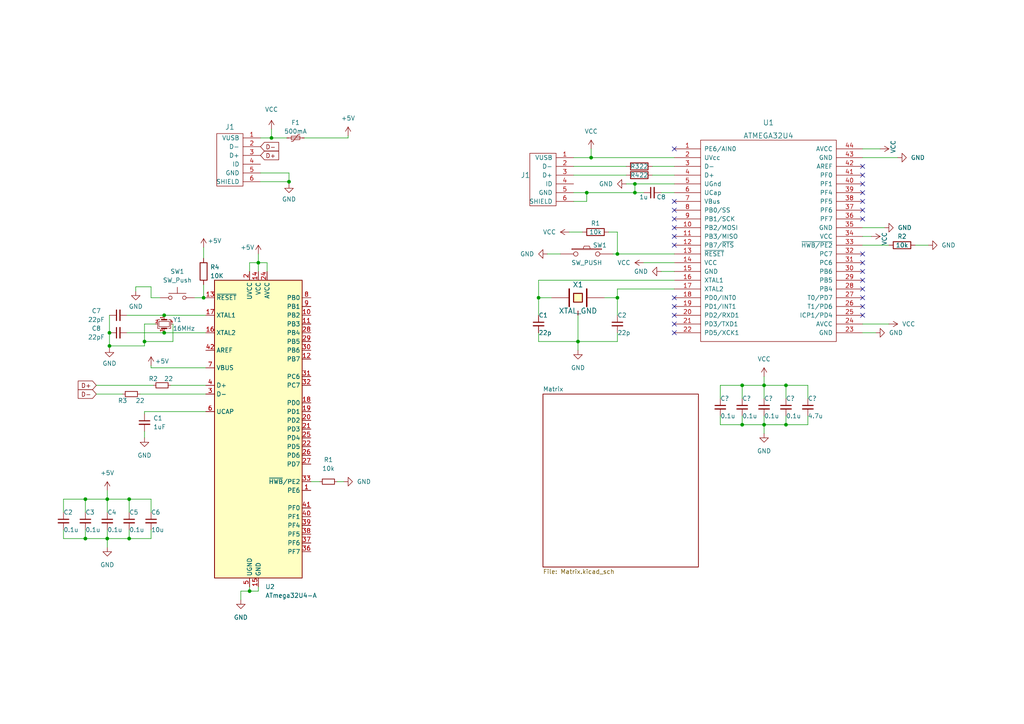
<source format=kicad_sch>
(kicad_sch (version 20211123) (generator eeschema)
  (paper "A4")
  (title_block (title "main") (date "2022-08-09") (rev "0"))
  (lib_symbols
    (symbol "Device:C_Small" (pin_numbers hide) (pin_names (offset 0.254) hide)
      (property "Reference" "C" (at 0.254 1.778 0))
      (property "Value" "C_Small" (at 0.254 -2.032 0))
      (symbol "C_Small_0_1"
        (polyline (pts (xy -1.524 -0.508) (xy 1.524 -0.508)) (stroke (width 0.3302)))
        (polyline (pts (xy -1.524 0.508) (xy 1.524 0.508)) (stroke (width 0.3048)))
      )
      (symbol "C_Small_1_1"
        (pin passive line (at 0 2.54 270) (length 2.032) (name "~") (number "1"))
        (pin passive line (at 0 -2.54 90) (length 2.032) (name "~") (number "2"))
      )
    )
    (symbol "Device:Crystal_GND24_Small" (pin_names (offset 1.016) hide)
      (property "Reference" "Y" (at 1.27 4.445 0))
      (property "Value" "Crystal_GND24_Small" (at 1.27 2.54 0))
      (symbol "Crystal_GND24_Small_0_1"
        (rectangle (start -0.762 -1.524) (end 0.762 1.524))
        (polyline (pts (xy -1.27 -0.762) (xy -1.27 0.762)) (stroke (width 0.381)))
        (polyline (pts (xy 1.27 -0.762) (xy 1.27 0.762)) (stroke (width 0.381)))
        (polyline (pts (xy -1.27 -1.27) (xy -1.27 -1.905) (xy 1.27 -1.905) (xy 1.27 -1.27)))
        (polyline (pts (xy -1.27 1.27) (xy -1.27 1.905) (xy 1.27 1.905) (xy 1.27 1.27)))
      )
      (symbol "Crystal_GND24_Small_1_1"
        (pin passive line (at -2.54 0 0) (length 1.27) (name "1") (number "1"))
        (pin passive line (at 0 -2.54 90) (length 0.635) (name "2") (number "2"))
        (pin passive line (at 2.54 0 180) (length 1.27) (name "3") (number "3"))
        (pin passive line (at 0 2.54 270) (length 0.635) (name "4") (number "4"))
      )
    )
    (symbol "Device:Polyfuse_Small" (pin_numbers hide) (pin_names (offset 0))
      (property "Reference" "F" (at -1.905 0 90))
      (property "Value" "Polyfuse_Small" (at 1.905 0 90))
      (symbol "Polyfuse_Small_0_1"
        (rectangle (start -0.508 1.27) (end 0.508 -1.27))
        (polyline (pts (xy 0 2.54) (xy 0 -2.54)))
        (polyline (pts (xy -1.016 1.27) (xy -1.016 0.762) (xy 1.016 -0.762) (xy 1.016 -1.27)))
      )
      (symbol "Polyfuse_Small_1_1"
        (pin passive line (at 0 2.54 270) (length 0.635) (name "~") (number "1"))
        (pin passive line (at 0 -2.54 90) (length 0.635) (name "~") (number "2"))
      )
    )
    (symbol "Device:R" (pin_numbers hide) (pin_names (offset 0))
      (property "Reference" "R" (at 2.032 0 90))
      (property "Value" "R" (at 0 0 90))
      (symbol "R_0_1"
        (rectangle (start -1.016 -2.54) (end 1.016 2.54) (stroke (width 0.254)))
      )
      (symbol "R_1_1"
        (pin passive line (at 0 3.81 270) (length 1.27) (name "~") (number "1"))
        (pin passive line (at 0 -3.81 90) (length 1.27) (name "~") (number "2"))
      )
    )
    (symbol "Device:R_Small" (pin_numbers hide) (pin_names (offset 0.254) hide)
      (property "Reference" "R" (at 0.762 0.508 0))
      (property "Value" "R_Small" (at 0.762 -1.016 0))
      (symbol "R_Small_0_1"
        (rectangle (start -0.762 1.778) (end 0.762 -1.778) (stroke (width 0.2032)))
      )
      (symbol "R_Small_1_1"
        (pin passive line (at 0 2.54 270) (length 0.762) (name "~") (number "1"))
        (pin passive line (at 0 -2.54 90) (length 0.762) (name "~") (number "2"))
      )
    )
    (symbol "MCU_Microchip_ATmega:ATmega32U4-A"
      (property "Reference" "U" (at -12.7 44.45 0))
      (property "Value" "ATmega32U4-A" (at 2.54 -44.45 0))
      (symbol "ATmega32U4-A_0_1"
        (rectangle (start -12.7 -43.18) (end 12.7 43.18) (stroke (width 0.254)) (fill (type background)))
      )
      (symbol "ATmega32U4-A_1_1"
        (pin bidirectional line (at 15.24 -17.78 180) (length 2.54) (name "PE6") (number "1"))
        (pin bidirectional line (at 15.24 33.02 180) (length 2.54) (name "PB2") (number "10"))
        (pin bidirectional line (at 15.24 30.48 180) (length 2.54) (name "PB3") (number "11"))
        (pin bidirectional line (at 15.24 20.32 180) (length 2.54) (name "PB7") (number "12"))
        (pin input line (at -15.24 38.1 0) (length 2.54) (name "~{RESET}") (number "13"))
        (pin power_in line (at 0 45.72 270) (length 2.54) (name "VCC") (number "14"))
        (pin power_in line (at 0 -45.72 90) (length 2.54) (name "GND") (number "15"))
        (pin output line (at -15.24 27.94 0) (length 2.54) (name "XTAL2") (number "16"))
        (pin input line (at -15.24 33.02 0) (length 2.54) (name "XTAL1") (number "17"))
        (pin bidirectional line (at 15.24 7.62 180) (length 2.54) (name "PD0") (number "18"))
        (pin bidirectional line (at 15.24 5.08 180) (length 2.54) (name "PD1") (number "19"))
        (pin power_in line (at -2.54 45.72 270) (length 2.54) (name "UVCC") (number "2"))
        (pin bidirectional line (at 15.24 2.54 180) (length 2.54) (name "PD2") (number "20"))
        (pin bidirectional line (at 15.24 0 180) (length 2.54) (name "PD3") (number "21"))
        (pin bidirectional line (at 15.24 -5.08 180) (length 2.54) (name "PD5") (number "22"))
        (pin passive line (at 0 -45.72 90) (length 2.54) hide (name "GND") (number "23"))
        (pin power_in line (at 2.54 45.72 270) (length 2.54) (name "AVCC") (number "24"))
        (pin bidirectional line (at 15.24 -2.54 180) (length 2.54) (name "PD4") (number "25"))
        (pin bidirectional line (at 15.24 -7.62 180) (length 2.54) (name "PD6") (number "26"))
        (pin bidirectional line (at 15.24 -10.16 180) (length 2.54) (name "PD7") (number "27"))
        (pin bidirectional line (at 15.24 27.94 180) (length 2.54) (name "PB4") (number "28"))
        (pin bidirectional line (at 15.24 25.4 180) (length 2.54) (name "PB5") (number "29"))
        (pin bidirectional line (at -15.24 10.16 0) (length 2.54) (name "D-") (number "3"))
        (pin bidirectional line (at 15.24 22.86 180) (length 2.54) (name "PB6") (number "30"))
        (pin bidirectional line (at 15.24 15.24 180) (length 2.54) (name "PC6") (number "31"))
        (pin bidirectional line (at 15.24 12.7 180) (length 2.54) (name "PC7") (number "32"))
        (pin bidirectional line (at 15.24 -15.24 180) (length 2.54) (name "~{HWB}/PE2") (number "33"))
        (pin passive line (at 0 45.72 270) (length 2.54) hide (name "VCC") (number "34"))
        (pin passive line (at 0 -45.72 90) (length 2.54) hide (name "GND") (number "35"))
        (pin bidirectional line (at 15.24 -35.56 180) (length 2.54) (name "PF7") (number "36"))
        (pin bidirectional line (at 15.24 -33.02 180) (length 2.54) (name "PF6") (number "37"))
        (pin bidirectional line (at 15.24 -30.48 180) (length 2.54) (name "PF5") (number "38"))
        (pin bidirectional line (at 15.24 -27.94 180) (length 2.54) (name "PF4") (number "39"))
        (pin bidirectional line (at -15.24 12.7 0) (length 2.54) (name "D+") (number "4"))
        (pin bidirectional line (at 15.24 -25.4 180) (length 2.54) (name "PF1") (number "40"))
        (pin bidirectional line (at 15.24 -22.86 180) (length 2.54) (name "PF0") (number "41"))
        (pin passive line (at -15.24 22.86 0) (length 2.54) (name "AREF") (number "42"))
        (pin passive line (at 0 -45.72 90) (length 2.54) hide (name "GND") (number "43"))
        (pin passive line (at 2.54 45.72 270) (length 2.54) hide (name "AVCC") (number "44"))
        (pin passive line (at -2.54 -45.72 90) (length 2.54) (name "UGND") (number "5"))
        (pin passive line (at -15.24 5.08 0) (length 2.54) (name "UCAP") (number "6"))
        (pin input line (at -15.24 17.78 0) (length 2.54) (name "VBUS") (number "7"))
        (pin bidirectional line (at 15.24 38.1 180) (length 2.54) (name "PB0") (number "8"))
        (pin bidirectional line (at 15.24 35.56 180) (length 2.54) (name "PB1") (number "9"))
      )
    )
    (symbol "Switch:SW_Push" (pin_numbers hide) (pin_names (offset 1.016) hide)
      (property "Reference" "SW" (at 1.27 2.54 0))
      (property "Value" "SW_Push" (at 0 -1.524 0))
      (symbol "SW_Push_0_1"
        (circle (center -2.032 0) (radius 0.508))
        (polyline (pts (xy 0 1.27) (xy 0 3.048)))
        (polyline (pts (xy 2.54 1.27) (xy -2.54 1.27)))
        (circle (center 2.032 0) (radius 0.508))
        (pin passive line (at -5.08 0 0) (length 2.54) (name "1") (number "1"))
        (pin passive line (at 5.08 0 180) (length 2.54) (name "2") (number "2"))
      )
    )
    (symbol "keyboard_parts:ATMEGA32U4" (pin_names (offset 1.016))
      (property "Reference" "U" (at 0 -31.75 0))
      (property "Value" "ATMEGA32U4" (at 0 31.75 0))
      (symbol "ATMEGA32U4_0_1"
        (rectangle (start 20.32 29.21) (end -19.05 -29.21))
      )
      (symbol "ATMEGA32U4_1_1"
        (pin bidirectional line (at -26.67 26.67 0) (length 7.62) (name "PE6/AIN0") (number "1"))
        (pin bidirectional line (at -26.67 3.81 0) (length 7.62) (name "PB2/MOSI") (number "10"))
        (pin bidirectional line (at -26.67 1.27 0) (length 7.62) (name "PB3/MISO") (number "11"))
        (pin bidirectional line (at -26.67 -1.27 0) (length 7.62) (name "PB7/~{RTS}") (number "12"))
        (pin input line (at -26.67 -3.81 0) (length 7.62) (name "~{RESET}") (number "13"))
        (pin power_in line (at -26.67 -6.35 0) (length 7.62) (name "VCC") (number "14"))
        (pin power_in line (at -26.67 -8.89 0) (length 7.62) (name "GND") (number "15"))
        (pin input line (at -26.67 -11.43 0) (length 7.62) (name "XTAL1") (number "16"))
        (pin output line (at -26.67 -13.97 0) (length 7.62) (name "XTAL2") (number "17"))
        (pin bidirectional line (at -26.67 -16.51 0) (length 7.62) (name "PD0/INT0") (number "18"))
        (pin bidirectional line (at -26.67 -19.05 0) (length 7.62) (name "PD1/INT1") (number "19"))
        (pin power_in line (at -26.67 24.13 0) (length 7.62) (name "UVcc") (number "2"))
        (pin bidirectional line (at -26.67 -21.59 0) (length 7.62) (name "PD2/RXD1") (number "20"))
        (pin bidirectional line (at -26.67 -24.13 0) (length 7.62) (name "PD3/TXD1") (number "21"))
        (pin bidirectional line (at -26.67 -26.67 0) (length 7.62) (name "PD5/XCK1") (number "22"))
        (pin power_in line (at 27.94 -26.67 180) (length 7.62) (name "GND") (number "23"))
        (pin power_in line (at 27.94 -24.13 180) (length 7.62) (name "AVCC") (number "24"))
        (pin bidirectional line (at 27.94 -21.59 180) (length 7.62) (name "ICP1/PD4") (number "25"))
        (pin bidirectional line (at 27.94 -19.05 180) (length 7.62) (name "T1/PD6") (number "26"))
        (pin bidirectional line (at 27.94 -16.51 180) (length 7.62) (name "T0/PD7") (number "27"))
        (pin bidirectional line (at 27.94 -13.97 180) (length 7.62) (name "PB4") (number "28"))
        (pin bidirectional line (at 27.94 -11.43 180) (length 7.62) (name "PB5") (number "29"))
        (pin bidirectional line (at -26.67 21.59 0) (length 7.62) (name "D-") (number "3"))
        (pin bidirectional line (at 27.94 -8.89 180) (length 7.62) (name "PB6") (number "30"))
        (pin bidirectional line (at 27.94 -6.35 180) (length 7.62) (name "PC6") (number "31"))
        (pin bidirectional line (at 27.94 -3.81 180) (length 7.62) (name "PC7") (number "32"))
        (pin bidirectional line (at 27.94 -1.27 180) (length 7.62) (name "~{HWB/PE2}") (number "33"))
        (pin power_in line (at 27.94 1.27 180) (length 7.62) (name "VCC") (number "34"))
        (pin power_in line (at 27.94 3.81 180) (length 7.62) (name "GND") (number "35"))
        (pin bidirectional line (at 27.94 6.35 180) (length 7.62) (name "PF7") (number "36"))
        (pin bidirectional line (at 27.94 8.89 180) (length 7.62) (name "PF6") (number "37"))
        (pin bidirectional line (at 27.94 11.43 180) (length 7.62) (name "PF5") (number "38"))
        (pin bidirectional line (at 27.94 13.97 180) (length 7.62) (name "PF4") (number "39"))
        (pin bidirectional line (at -26.67 19.05 0) (length 7.62) (name "D+") (number "4"))
        (pin bidirectional line (at 27.94 16.51 180) (length 7.62) (name "PF1") (number "40"))
        (pin bidirectional line (at 27.94 19.05 180) (length 7.62) (name "PF0") (number "41"))
        (pin input line (at 27.94 21.59 180) (length 7.62) (name "AREF") (number "42"))
        (pin power_in line (at 27.94 24.13 180) (length 7.62) (name "GND") (number "43"))
        (pin power_in line (at 27.94 26.67 180) (length 7.62) (name "AVCC") (number "44"))
        (pin power_in line (at -26.67 16.51 0) (length 7.62) (name "UGnd") (number "5"))
        (pin input line (at -26.67 13.97 0) (length 7.62) (name "UCap") (number "6"))
        (pin input line (at -26.67 11.43 0) (length 7.62) (name "VBus") (number "7"))
        (pin bidirectional line (at -26.67 8.89 0) (length 7.62) (name "PB0/SS") (number "8"))
        (pin bidirectional line (at -26.67 6.35 0) (length 7.62) (name "PB1/SCK") (number "9"))
      )
    )
    (symbol "keyboard_parts:SW_PUSH" (pin_numbers hide) (pin_names (offset 1.016) hide)
      (property "Reference" "SW" (at 3.81 2.794 0))
      (property "Value" "SW_PUSH" (at 0 -2.032 0))
      (symbol "SW_PUSH_0_1"
        (rectangle (start -4.318 1.27) (end 4.318 1.524))
        (polyline (pts (xy -1.016 1.524) (xy -0.762 2.286) (xy 0.762 2.286) (xy 1.016 1.524)))
        (pin passive inverted (at -7.62 0 0) (length 5.08) (name "1") (number "1"))
        (pin passive inverted (at 7.62 0 180) (length 5.08) (name "2") (number "2"))
      )
    )
    (symbol "keyboard_parts:USB_mini_micro_B" (pin_names (offset 1.016))
      (property "Reference" "J" (at -10.16 -1.27 0))
      (symbol "USB_mini_micro_B_0_1"
        (rectangle (start -8.89 5.08) (end -1.27 -10.16))
      )
      (symbol "USB_mini_micro_B_1_1"
        (pin power_out line (at 3.81 3.81 180) (length 5.08) (name "VUSB") (number "1"))
        (pin bidirectional line (at 3.81 1.27 180) (length 5.08) (name "D-") (number "2"))
        (pin bidirectional line (at 3.81 -1.27 180) (length 5.08) (name "D+") (number "3"))
        (pin input line (at 3.81 -3.81 180) (length 5.08) (name "ID") (number "4"))
        (pin power_out line (at 3.81 -6.35 180) (length 5.08) (name "GND") (number "5"))
        (pin input line (at 3.81 -8.89 180) (length 5.08) (name "SHIELD") (number "6"))
      )
    )
    (symbol "keyboard_parts:XTAL_GND" (pin_numbers hide) (pin_names (offset 1.016) hide)
      (property "Reference" "X" (at 0 3.81 0))
      (property "Value" "XTAL_GND" (at 0 -3.81 0))
      (symbol "XTAL_GND_0_1"
        (polyline (pts (xy -2.54 2.54) (xy -2.54 -2.54)) (stroke (width 0.4064)))
        (polyline (pts (xy 2.54 2.54) (xy 2.54 -2.54)) (stroke (width 0.4064)))
        (polyline (pts (xy -1.27 1.27) (xy 1.27 1.27) (xy 1.27 -1.27) (xy -1.27 -1.27) (xy -1.27 1.27)) (stroke (width 0.3048)) (fill (type background)))
      )
      (symbol "XTAL_GND_1_1"
        (pin passive line (at -7.62 0 0) (length 5.08) (name "1") (number "1"))
        (pin passive line (at 7.62 0 180) (length 5.08) (name "2") (number "2"))
        (pin passive line (at 0 -5.08 90) (length 1.27) (name "~") (number "3"))
      )
    )
    (symbol "power:+5V" (power) (pin_names (offset 0))
      (property "Value" "+5V" (at 0 3.556 0))
      (symbol "+5V_0_1"
        (polyline (pts (xy -0.762 1.27) (xy 0 2.54)))
        (polyline (pts (xy 0 0) (xy 0 2.54)))
        (polyline (pts (xy 0 2.54) (xy 0.762 1.27)))
      )
      (symbol "+5V_1_1"
        (pin power_in line (at 0 0 90) (length 0) hide (name "+5V") (number "1"))
      )
    )
    (symbol "power:GND" (power) (pin_names (offset 0))
      (property "Value" "GND" (at 0 -3.81 0))
      (symbol "GND_0_1"
        (polyline (pts (xy 0 0) (xy 0 -1.27) (xy 1.27 -1.27) (xy 0 -2.54) (xy -1.27 -1.27) (xy 0 -1.27)))
      )
      (symbol "GND_1_1"
        (pin power_in line (at 0 0 270) (length 0) hide (name "GND") (number "1"))
      )
    )
    (symbol "power:VCC" (power) (pin_names (offset 0))
      (property "Value" "VCC" (at 0 3.81 0))
      (symbol "VCC_0_1"
        (polyline (pts (xy -0.762 1.27) (xy 0 2.54)))
        (polyline (pts (xy 0 0) (xy 0 2.54)))
        (polyline (pts (xy 0 2.54) (xy 0.762 1.27)))
      )
      (symbol "VCC_1_1"
        (pin power_in line (at 0 0 90) (length 0) hide (name "VCC") (number "1"))
      )
    )
  )
  (junction (at 184.15 55.88))
  (junction (at 78.74 40.005))
  (junction (at 179.07 73.66))
  (junction (at 24.765 156.21))
  (junction (at 227.965 111.76))
  (junction (at 37.465 144.78))
  (junction (at 221.615 111.76))
  (junction (at 31.115 156.21))
  (junction (at 171.45 45.72))
  (junction (at 31.75 96.52))
  (junction (at 215.265 111.76))
  (junction (at 31.75 100.33))
  (junction (at 156.21 86.36))
  (junction (at 24.765 144.78))
  (junction (at 221.615 123.19))
  (junction (at 179.07 86.36))
  (junction (at 47.625 91.44))
  (junction (at 37.465 156.21))
  (junction (at 59.055 86.36))
  (junction (at 170.18 55.88))
  (junction (at 74.93 76.2))
  (junction (at 31.115 144.78))
  (junction (at 227.965 123.19))
  (junction (at 184.15 53.34))
  (junction (at 215.265 123.19))
  (junction (at 167.64 99.06))
  (junction (at 72.39 171.45))
  (junction (at 83.82 52.705))
  (junction (at 47.625 96.52))
  (junction (at 41.91 99.06))
  (no_connect (at 250.19 83.82))
  (no_connect (at 250.19 81.28))
  (no_connect (at 250.19 91.44))
  (no_connect (at 250.19 88.9))
  (no_connect (at 250.19 86.36))
  (no_connect (at 195.58 68.58))
  (no_connect (at 195.58 71.12))
  (no_connect (at 195.58 43.18))
  (no_connect (at 195.58 58.42))
  (no_connect (at 195.58 60.96))
  (no_connect (at 195.58 63.5))
  (no_connect (at 195.58 66.04))
  (no_connect (at 195.58 86.36))
  (no_connect (at 195.58 88.9))
  (no_connect (at 195.58 91.44))
  (no_connect (at 195.58 93.98))
  (no_connect (at 195.58 96.52))
  (no_connect (at 250.19 53.34))
  (no_connect (at 250.19 50.8))
  (no_connect (at 250.19 48.26))
  (no_connect (at 250.19 63.5))
  (no_connect (at 250.19 60.96))
  (no_connect (at 250.19 58.42))
  (no_connect (at 250.19 55.88))
  (no_connect (at 250.19 78.74))
  (no_connect (at 250.19 76.2))
  (no_connect (at 250.19 73.66))
  (wire (pts (xy 78.74 40.005) (xy 83.185 40.005)))
  (wire (pts (xy 250.19 66.04) (xy 256.54 66.04)))
  (wire (pts (xy 31.75 100.33) (xy 31.75 100.965)))
  (wire (pts (xy 215.265 111.76) (xy 215.265 115.57)))
  (wire (pts (xy 74.93 76.2) (xy 74.93 78.74)))
  (wire (pts (xy 18.415 144.78) (xy 18.415 148.59)))
  (wire (pts (xy 72.39 76.2) (xy 74.93 76.2)))
  (wire (pts (xy 221.615 120.65) (xy 221.615 123.19)))
  (wire (pts (xy 227.965 120.65) (xy 227.965 123.19)))
  (wire (pts (xy 166.37 48.26) (xy 181.61 48.26)))
  (wire (pts (xy 156.21 86.36) (xy 156.21 91.44)))
  (wire (pts (xy 186.69 76.2) (xy 195.58 76.2)))
  (wire (pts (xy 191.77 55.88) (xy 195.58 55.88)))
  (wire (pts (xy 156.21 96.52) (xy 156.21 99.06)))
  (wire (pts (xy 184.15 55.88) (xy 186.69 55.88)))
  (wire (pts (xy 24.765 144.78) (xy 24.765 148.59)))
  (wire (pts (xy 90.17 139.7) (xy 92.71 139.7)))
  (wire (pts (xy 74.93 171.45) (xy 72.39 171.45)))
  (wire (pts (xy 47.625 91.44) (xy 59.69 91.44)))
  (wire (pts (xy 43.815 83.185) (xy 39.37 83.185)))
  (wire (pts (xy 75.565 50.165) (xy 83.82 50.165)))
  (wire (pts (xy 179.07 73.66) (xy 195.58 73.66)))
  (wire (pts (xy 166.37 50.8) (xy 181.61 50.8)))
  (wire (pts (xy 59.055 71.755) (xy 59.055 74.93)))
  (wire (pts (xy 221.615 109.22) (xy 221.615 111.76)))
  (wire (pts (xy 189.23 50.8) (xy 195.58 50.8)))
  (wire (pts (xy 41.91 119.38) (xy 41.91 120.015)))
  (wire (pts (xy 208.915 111.76) (xy 208.915 115.57)))
  (wire (pts (xy 221.615 125.73) (xy 221.615 123.19)))
  (wire (pts (xy 177.8 73.66) (xy 179.07 73.66)))
  (wire (pts (xy 208.915 123.19) (xy 215.265 123.19)))
  (wire (pts (xy 170.18 58.42) (xy 166.37 58.42)))
  (wire (pts (xy 227.965 111.76) (xy 234.315 111.76)))
  (wire (pts (xy 41.91 93.98) (xy 45.085 93.98)))
  (wire (pts (xy 50.165 99.06) (xy 50.165 93.98)))
  (wire (pts (xy 100.965 39.37) (xy 100.965 40.005)))
  (wire (pts (xy 18.415 153.67) (xy 18.415 156.21)))
  (wire (pts (xy 46.355 86.36) (xy 43.815 86.36)))
  (wire (pts (xy 171.45 45.72) (xy 195.58 45.72)))
  (wire (pts (xy 250.19 93.98) (xy 257.81 93.98)))
  (wire (pts (xy 179.07 83.82) (xy 179.07 86.36)))
  (wire (pts (xy 59.69 106.68) (xy 43.815 106.68)))
  (wire (pts (xy 171.45 43.18) (xy 171.45 45.72)))
  (wire (pts (xy 75.565 52.705) (xy 83.82 52.705)))
  (wire (pts (xy 31.115 156.21) (xy 37.465 156.21)))
  (wire (pts (xy 31.75 91.44) (xy 31.75 96.52)))
  (wire (pts (xy 208.915 111.76) (xy 215.265 111.76)))
  (wire (pts (xy 69.85 171.45) (xy 69.85 173.99)))
  (wire (pts (xy 47.625 91.44) (xy 36.83 91.44)))
  (wire (pts (xy 72.39 171.45) (xy 69.85 171.45)))
  (wire (pts (xy 41.91 125.095) (xy 41.91 127)))
  (wire (pts (xy 189.23 48.26) (xy 195.58 48.26)))
  (wire (pts (xy 250.19 43.18) (xy 255.27 43.18)))
  (wire (pts (xy 170.18 55.88) (xy 170.18 58.42)))
  (wire (pts (xy 31.115 153.67) (xy 31.115 156.21)))
  (wire (pts (xy 74.93 170.18) (xy 74.93 171.45)))
  (wire (pts (xy 31.75 96.52) (xy 31.75 100.33)))
  (wire (pts (xy 97.79 139.7) (xy 99.695 139.7)))
  (wire (pts (xy 83.82 52.705) (xy 83.82 53.34)))
  (wire (pts (xy 179.07 96.52) (xy 179.07 99.06)))
  (wire (pts (xy 27.94 111.76) (xy 44.45 111.76)))
  (wire (pts (xy 184.15 53.34) (xy 184.15 55.88)))
  (wire (pts (xy 227.965 123.19) (xy 234.315 123.19)))
  (wire (pts (xy 18.415 156.21) (xy 24.765 156.21)))
  (wire (pts (xy 59.055 86.36) (xy 59.69 86.36)))
  (wire (pts (xy 167.64 99.06) (xy 156.21 99.06)))
  (wire (pts (xy 179.07 99.06) (xy 167.64 99.06)))
  (wire (pts (xy 83.82 50.165) (xy 83.82 52.705)))
  (wire (pts (xy 37.465 156.21) (xy 43.815 156.21)))
  (wire (pts (xy 265.43 71.12) (xy 269.24 71.12)))
  (wire (pts (xy 179.07 67.31) (xy 179.07 73.66)))
  (wire (pts (xy 36.83 96.52) (xy 47.625 96.52)))
  (wire (pts (xy 221.615 123.19) (xy 227.965 123.19)))
  (wire (pts (xy 56.515 86.36) (xy 59.055 86.36)))
  (wire (pts (xy 234.315 123.19) (xy 234.315 120.65)))
  (wire (pts (xy 215.265 120.65) (xy 215.265 123.19)))
  (wire (pts (xy 166.37 55.88) (xy 170.18 55.88)))
  (wire (pts (xy 39.37 83.185) (xy 39.37 84.455)))
  (wire (pts (xy 72.39 78.74) (xy 72.39 76.2)))
  (wire (pts (xy 156.21 86.36) (xy 160.02 86.36)))
  (wire (pts (xy 215.265 111.76) (xy 221.615 111.76)))
  (wire (pts (xy 156.21 81.28) (xy 156.21 86.36)))
  (wire (pts (xy 78.74 37.465) (xy 78.74 40.005)))
  (wire (pts (xy 166.37 45.72) (xy 171.45 45.72)))
  (wire (pts (xy 234.315 111.76) (xy 234.315 115.57)))
  (wire (pts (xy 41.91 99.06) (xy 41.91 100.33)))
  (wire (pts (xy 195.58 53.34) (xy 184.15 53.34)))
  (wire (pts (xy 77.47 78.74) (xy 77.47 76.2)))
  (wire (pts (xy 43.815 106.68) (xy 43.815 106.045)))
  (wire (pts (xy 250.19 96.52) (xy 254 96.52)))
  (wire (pts (xy 176.53 67.31) (xy 179.07 67.31)))
  (wire (pts (xy 181.61 53.34) (xy 184.15 53.34)))
  (wire (pts (xy 43.815 86.36) (xy 43.815 83.185)))
  (wire (pts (xy 195.58 81.28) (xy 156.21 81.28)))
  (wire (pts (xy 250.19 71.12) (xy 257.81 71.12)))
  (wire (pts (xy 175.26 86.36) (xy 179.07 86.36)))
  (wire (pts (xy 37.465 153.67) (xy 37.465 156.21)))
  (wire (pts (xy 59.055 82.55) (xy 59.055 86.36)))
  (wire (pts (xy 250.19 45.72) (xy 260.35 45.72)))
  (wire (pts (xy 18.415 144.78) (xy 24.765 144.78)))
  (wire (pts (xy 37.465 144.78) (xy 43.815 144.78)))
  (wire (pts (xy 24.765 144.78) (xy 31.115 144.78)))
  (wire (pts (xy 208.915 120.65) (xy 208.915 123.19)))
  (wire (pts (xy 41.91 99.06) (xy 50.165 99.06)))
  (wire (pts (xy 221.615 111.76) (xy 227.965 111.76)))
  (wire (pts (xy 31.115 144.78) (xy 37.465 144.78)))
  (wire (pts (xy 77.47 76.2) (xy 74.93 76.2)))
  (wire (pts (xy 37.465 144.78) (xy 37.465 148.59)))
  (wire (pts (xy 31.115 158.75) (xy 31.115 156.21)))
  (wire (pts (xy 43.815 156.21) (xy 43.815 153.67)))
  (wire (pts (xy 31.115 144.78) (xy 31.115 148.59)))
  (wire (pts (xy 27.94 114.3) (xy 35.56 114.3)))
  (wire (pts (xy 167.64 91.44) (xy 167.64 99.06)))
  (wire (pts (xy 167.64 99.06) (xy 167.64 101.6)))
  (wire (pts (xy 215.265 123.19) (xy 221.615 123.19)))
  (wire (pts (xy 72.39 171.45) (xy 72.39 170.18)))
  (wire (pts (xy 59.69 119.38) (xy 41.91 119.38)))
  (wire (pts (xy 24.765 156.21) (xy 31.115 156.21)))
  (wire (pts (xy 43.815 144.78) (xy 43.815 148.59)))
  (wire (pts (xy 74.93 76.2) (xy 74.93 73.66)))
  (wire (pts (xy 24.765 153.67) (xy 24.765 156.21)))
  (wire (pts (xy 41.91 99.06) (xy 41.91 93.98)))
  (wire (pts (xy 191.77 78.74) (xy 195.58 78.74)))
  (wire (pts (xy 158.75 73.66) (xy 162.56 73.66)))
  (wire (pts (xy 195.58 83.82) (xy 179.07 83.82)))
  (wire (pts (xy 221.615 111.76) (xy 221.615 115.57)))
  (wire (pts (xy 49.53 111.76) (xy 59.69 111.76)))
  (wire (pts (xy 40.64 114.3) (xy 59.69 114.3)))
  (wire (pts (xy 184.15 55.88) (xy 170.18 55.88)))
  (wire (pts (xy 41.91 100.33) (xy 31.75 100.33)))
  (wire (pts (xy 227.965 111.76) (xy 227.965 115.57)))
  (wire (pts (xy 47.625 96.52) (xy 59.69 96.52)))
  (wire (pts (xy 31.115 142.24) (xy 31.115 144.78)))
  (wire (pts (xy 250.19 68.58) (xy 252.73 68.58)))
  (wire (pts (xy 88.265 40.005) (xy 100.965 40.005)))
  (wire (pts (xy 75.565 40.005) (xy 78.74 40.005)))
  (wire (pts (xy 165.1 67.31) (xy 168.91 67.31)))
  (wire (pts (xy 179.07 86.36) (xy 179.07 91.44)))
  (global_label "D+" (shape input) (at 27.94 111.76 180) (property "Intersheet References" "${INTERSHEET_REFS}" (effects hide)))
  (global_label "D-" (shape input) (at 75.565 42.545 0) (property "Intersheet References" "${INTERSHEET_REFS}" (effects hide)))
  (global_label "D+" (shape input) (at 75.565 45.085 0) (property "Intersheet References" "${INTERSHEET_REFS}" (effects hide)))
  (global_label "D-" (shape input) (at 27.94 114.3 180) (property "Intersheet References" "${INTERSHEET_REFS}" (effects hide)))
  (symbol (lib_id "Device:C_Small") (at 221.615 118.11 0) (unit 1)
    (property "Reference" "C?" (at 221.615 115.57 0) (effects (justify left)))
    (property "Value" "0.1u" (at 221.615 120.65 0) (effects (justify left)))
  )
  (symbol (lib_id "Device:C_Small") (at 34.29 91.44 90) (unit 1)
    (property "Reference" "C7" (at 27.94 90.17 90))
    (property "Value" "22pF" (at 27.94 92.71 90))
  )
  (symbol (lib_id "power:GND") (at 39.37 84.455 0) (unit 1)
    (property "Reference" "#PWR?" (effects hide))
    (property "Value" "GND" (at 39.37 88.9 0))
  )
  (symbol (lib_id "power:GND") (at 31.75 100.965 0) (unit 1)
    (property "Reference" "#PWR?" (effects hide))
    (property "Value" "GND" (at 31.75 105.41 0))
  )
  (symbol (lib_id "power:GND") (at 31.115 158.75 0) (unit 1)
    (property "Reference" "#PWR?" (effects hide))
    (property "Value" "GND" (at 31.115 163.83 0))
  )
  (symbol (lib_id "Device:R") (at 185.42 50.8 90) (unit 1)
    (property "Reference" "R4" (at 184.15 50.8 90))
    (property "Value" "22" (at 186.69 50.8 90))
  )
  (symbol (lib_id "power:GND") (at 269.24 71.12 90) (unit 1)
    (property "Reference" "#PWR?" (effects hide))
    (property "Value" "GND" (at 273.05 71.1199 90) (effects (justify right)))
  )
  (symbol (lib_id "power:VCC") (at 171.45 43.18 0) (unit 1)
    (property "Reference" "#PWR?" (effects hide))
    (property "Value" "VCC" (at 171.45 38.1 0))
  )
  (symbol (lib_id "Device:R_Small") (at 95.25 139.7 90) (unit 1)
    (property "Reference" "R1" (at 95.25 133.35 90))
    (property "Value" "10k" (at 95.25 135.89 90))
  )
  (symbol (lib_id "power:GND") (at 158.75 73.66 270) (unit 1)
    (property "Reference" "#PWR?" (effects hide))
    (property "Value" "GND" (at 154.94 73.6599 90) (effects (justify right)))
  )
  (symbol (lib_id "Device:C_Small") (at 18.415 151.13 0) (unit 1)
    (property "Reference" "C2" (at 18.415 148.59 0) (effects (justify left)))
    (property "Value" "0.1u" (at 18.415 153.67 0) (effects (justify left)))
  )
  (symbol (lib_id "power:VCC") (at 255.27 43.18 270) (unit 1)
    (property "Reference" "#PWR?" (effects hide))
    (property "Value" "VCC" (at 259.08 40.64 0) (effects (justify left)))
  )
  (symbol (lib_id "power:GND") (at 254 96.52 90) (unit 1)
    (property "Reference" "#PWR?" (effects hide))
    (property "Value" "GND" (at 257.81 96.5199 90) (effects (justify right)))
  )
  (symbol (lib_id "Device:R") (at 185.42 48.26 90) (unit 1)
    (property "Reference" "R3" (at 184.15 48.26 90))
    (property "Value" "22" (at 186.69 48.26 90))
  )
  (symbol (lib_id "power:VCC") (at 78.74 37.465 0) (unit 1)
    (property "Reference" "#PWR?" (effects hide))
    (property "Value" "VCC" (at 78.74 31.75 0))
  )
  (symbol (lib_id "Device:Crystal_GND24_Small") (at 47.625 93.98 270) (unit 1)
    (property "Reference" "Y1" (at 51.435 92.71 90))
    (property "Value" "16MHz" (at 53.34 95.25 90))
  )
  (symbol (lib_id "Device:R_Small") (at 38.1 114.3 90) (unit 1)
    (property "Reference" "R3" (at 35.56 116.205 90))
    (property "Value" "22" (at 40.64 116.205 90))
  )
  (symbol (lib_id "Device:C_Small") (at 34.29 96.52 90) (unit 1)
    (property "Reference" "C8" (at 27.94 95.25 90))
    (property "Value" "22pF" (at 27.94 97.79 90))
  )
  (symbol (lib_id "power:GND") (at 191.77 78.74 270) (unit 1)
    (property "Reference" "#PWR?" (effects hide))
    (property "Value" "GND" (at 187.96 78.7399 90) (effects (justify right)))
  )
  (symbol (lib_id "Device:C_Small") (at 24.765 151.13 0) (unit 1)
    (property "Reference" "C3" (at 24.765 148.59 0) (effects (justify left)))
    (property "Value" "0.1u" (at 24.765 153.67 0) (effects (justify left)))
  )
  (symbol (lib_id "Device:R") (at 172.72 67.31 90) (unit 1)
    (property "Reference" "R1" (at 172.72 64.77 90))
    (property "Value" "10k" (at 172.72 67.31 90))
  )
  (symbol (lib_id "Device:R_Small") (at 46.99 111.76 90) (unit 1)
    (property "Reference" "R2" (at 44.45 109.855 90))
    (property "Value" "22" (at 48.895 109.855 90))
  )
  (symbol (lib_id "keyboard_parts:SW_PUSH") (at 170.18 73.66 0) (unit 1)
    (property "Reference" "SW1" (at 173.99 71.12 0))
    (property "Value" "SW_PUSH" (at 170.18 76.2 0))
  )
  (symbol (lib_id "Device:R") (at 59.055 78.74 0) (unit 1)
    (property "Reference" "R4" (at 60.96 77.4699 0) (effects (justify left)))
    (property "Value" "10K" (at 60.96 80.0099 0) (effects (justify left)))
  )
  (symbol (lib_id "Device:C_Small") (at 227.965 118.11 0) (unit 1)
    (property "Reference" "C?" (at 227.965 115.57 0) (effects (justify left)))
    (property "Value" "0.1u" (at 227.965 120.65 0) (effects (justify left)))
  )
  (symbol (lib_id "power:GND") (at 221.615 125.73 0) (unit 1)
    (property "Reference" "#PWR?" (effects hide))
    (property "Value" "GND" (at 221.615 130.81 0))
  )
  (symbol (lib_id "Device:C_Small") (at 234.315 118.11 0) (unit 1)
    (property "Reference" "C?" (at 234.315 115.57 0) (effects (justify left)))
    (property "Value" "4.7u" (at 234.315 120.65 0) (effects (justify left)))
  )
  (symbol (lib_id "power:GND") (at 83.82 53.34 0) (unit 1)
    (property "Reference" "#PWR?" (effects hide))
    (property "Value" "GND" (at 83.82 57.785 0))
  )
  (symbol (lib_id "power:VCC") (at 186.69 76.2 90) (unit 1)
    (property "Reference" "#PWR?" (effects hide))
    (property "Value" "VCC" (at 182.88 76.1999 90) (effects (justify left)))
  )
  (symbol (lib_id "power:+5V") (at 43.815 106.045 0) (unit 1)
    (property "Reference" "#PWR?" (effects hide))
    (property "Value" "+5V" (at 46.99 104.775 0))
  )
  (symbol (lib_id "power:VCC") (at 221.615 109.22 0) (unit 1)
    (property "Reference" "#PWR?" (effects hide))
    (property "Value" "VCC" (at 221.615 104.14 0))
  )
  (symbol (lib_id "Device:Polyfuse_Small") (at 85.725 40.005 90) (unit 1)
    (property "Reference" "F1" (at 85.725 35.56 90))
    (property "Value" "500mA" (at 85.725 38.1 90))
  )
  (symbol (lib_id "power:GND") (at 99.695 139.7 90) (unit 1)
    (property "Reference" "#PWR?" (effects hide))
    (property "Value" "GND" (at 103.505 139.6999 90) (effects (justify right)))
  )
  (symbol (lib_id "power:VCC") (at 165.1 67.31 90) (unit 1)
    (property "Reference" "#PWR?" (effects hide))
    (property "Value" "VCC" (at 161.29 67.3099 90) (effects (justify left)))
  )
  (symbol (lib_id "power:VCC") (at 257.81 93.98 270) (unit 1)
    (property "Reference" "#PWR?" (effects hide))
    (property "Value" "VCC" (at 261.62 93.9799 90) (effects (justify left)))
  )
  (symbol (lib_id "Device:C_Small") (at 37.465 151.13 0) (unit 1)
    (property "Reference" "C5" (at 37.465 148.59 0) (effects (justify left)))
    (property "Value" "0.1u" (at 37.465 153.67 0) (effects (justify left)))
  )
  (symbol (lib_id "Device:C_Small") (at 179.07 93.98 0) (unit 1)
    (property "Reference" "C2" (at 179.07 91.44 0) (effects (justify left)))
    (property "Value" "22p" (at 179.07 96.52 0) (effects (justify left)))
  )
  (symbol (lib_id "power:+5V") (at 31.115 142.24 0) (unit 1)
    (property "Reference" "#PWR?" (effects hide))
    (property "Value" "+5V" (at 31.115 137.16 0))
  )
  (symbol (lib_id "Device:C_Small") (at 156.21 93.98 0) (unit 1)
    (property "Reference" "C1" (at 156.21 91.44 0) (effects (justify left)))
    (property "Value" "22p" (at 156.21 96.52 0) (effects (justify left)))
  )
  (symbol (lib_id "power:+5V") (at 100.965 39.37 0) (unit 1)
    (property "Reference" "#PWR?" (effects hide))
    (property "Value" "+5V" (at 100.965 34.29 0))
  )
  (symbol (lib_id "Device:C_Small") (at 43.815 151.13 0) (unit 1)
    (property "Reference" "C6" (at 43.815 148.59 0) (effects (justify left)))
    (property "Value" "10u" (at 43.815 153.67 0) (effects (justify left)))
  )
  (symbol (lib_id "power:GND") (at 256.54 66.04 90) (unit 1)
    (property "Reference" "#PWR?" (effects hide))
    (property "Value" "GND" (at 260.35 66.0399 90) (effects (justify right)))
  )
  (symbol (lib_id "power:GND") (at 69.85 173.99 0) (unit 1)
    (property "Reference" "#PWR?" (effects hide))
    (property "Value" "GND" (at 69.85 179.07 0))
  )
  (symbol (lib_id "power:VCC") (at 252.73 68.58 270) (unit 1)
    (property "Reference" "#PWR?" (effects hide))
    (property "Value" "VCC" (at 256.54 67.31 0) (effects (justify left)))
  )
  (symbol (lib_id "power:+5V") (at 74.93 73.66 0) (unit 1)
    (property "Reference" "#PWR?" (effects hide))
    (property "Value" "+5V" (at 71.755 71.755 0))
  )
  (symbol (lib_id "power:GND") (at 260.35 45.72 90) (unit 1)
    (property "Reference" "#PWR?" (effects hide))
    (property "Value" "GND" (at 264.16 45.7199 90) (effects (justify right)))
  )
  (symbol (lib_id "Switch:SW_Push") (at 51.435 86.36 0) (unit 1)
    (property "Reference" "SW1" (at 51.435 78.74 0))
    (property "Value" "SW_Push" (at 51.435 81.28 0))
  )
  (symbol (lib_id "keyboard_parts:USB_mini_micro_B") (at 162.56 49.53 0) (unit 1)
    (property "Reference" "J1" (at 152.4 50.8 0) (effects (font (size 1.524 1.524))))
    (property "Value" "USB_mini_micro_B" (effects hide))
  )
  (symbol (lib_id "keyboard_parts:USB_mini_micro_B") (at 71.755 43.815 0) (unit 1)
    (property "Reference" "J1" (at 66.675 36.83 0) (effects (font (size 1.524 1.524))))
    (property "Value" "USB_mini_micro_B" (effects hide))
  )
  (symbol (lib_id "MCU_Microchip_ATmega:ATmega32U4-A") (at 74.93 124.46 0) (unit 1)
    (property "Reference" "U2" (at 76.9494 170.18 0) (effects (justify left)))
    (property "Value" "ATmega32U4-A" (at 76.9494 172.72 0) (effects (justify left)))
    (property "Footprint" "Package_QFP:TQFP-44_10x10mm_P0.8mm" (effects hide))
    (property "Datasheet" "http://ww1.microchip.com/downloads/en/DeviceDoc/Atmel-7766-8-bit-AVR-ATmega16U4-32U4_Datasheet.pdf" (effects hide))
  )
  (symbol (lib_id "Device:R") (at 261.62 71.12 90) (unit 1)
    (property "Reference" "R2" (at 261.62 68.58 90))
    (property "Value" "10k" (at 261.62 71.12 90))
  )
  (symbol (lib_id "keyboard_parts:ATMEGA32U4") (at 222.25 69.85 0) (unit 1)
    (property "Reference" "U1" (at 222.885 35.56 0) (effects (font (size 1.524 1.524))))
    (property "Value" "ATMEGA32U4" (at 222.885 39.37 0) (effects (font (size 1.524 1.524))))
  )
  (symbol (lib_id "Device:C_Small") (at 189.23 55.88 90) (unit 1)
    (property "Reference" "C8" (at 191.77 57.15 90))
    (property "Value" "1u" (at 186.69 57.15 90))
  )
  (symbol (lib_id "Device:C_Small") (at 215.265 118.11 0) (unit 1)
    (property "Reference" "C?" (at 215.265 115.57 0) (effects (justify left)))
    (property "Value" "0.1u" (at 215.265 120.65 0) (effects (justify left)))
  )
  (symbol (lib_id "Device:C_Small") (at 208.915 118.11 0) (unit 1)
    (property "Reference" "C?" (at 208.915 115.57 0) (effects (justify left)))
    (property "Value" "0.1u" (at 208.915 120.65 0) (effects (justify left)))
  )
  (symbol (lib_id "keyboard_parts:XTAL_GND") (at 167.64 86.36 0) (unit 1)
    (property "Reference" "X1" (at 167.64 82.55 0) (effects (font (size 1.524 1.524))))
    (property "Value" "XTAL_GND" (at 167.64 90.17 0) (effects (font (size 1.524 1.524))))
  )
  (symbol (lib_id "power:GND") (at 41.91 127 0) (unit 1)
    (property "Reference" "#PWR?" (effects hide))
    (property "Value" "GND" (at 41.91 132.08 0))
  )
  (symbol (lib_id "power:GND") (at 181.61 53.34 270) (unit 1)
    (property "Reference" "#PWR?" (effects hide))
    (property "Value" "GND" (at 177.8 53.3399 90) (effects (justify right)))
  )
  (symbol (lib_id "Device:C_Small") (at 31.115 151.13 0) (unit 1)
    (property "Reference" "C4" (at 31.115 148.59 0) (effects (justify left)))
    (property "Value" "0.1u" (at 31.115 153.67 0) (effects (justify left)))
  )
  (symbol (lib_id "power:+5V") (at 59.055 71.755 0) (unit 1)
    (property "Reference" "#PWR?" (effects hide))
    (property "Value" "+5V" (at 62.23 69.85 0))
  )
  (symbol (lib_id "Device:C_Small") (at 41.91 122.555 0) (unit 1)
    (property "Reference" "C1" (at 44.45 121.2912 0) (effects (justify left)))
    (property "Value" "1uF" (at 44.45 123.8312 0) (effects (justify left)))
  )
  (symbol (lib_id "power:GND") (at 167.64 101.6 0) (unit 1)
    (property "Reference" "#PWR?" (effects hide))
    (property "Value" "GND" (at 167.64 106.68 0))
  )
  (sheet (at 157.48 114.3) (size 45.085 50.165) (stroke (width 0.1524))
    (property "Sheet name" "Matrix" (at 157.48 113.5884 0) (effects (justify left bottom)))
    (property "Sheet file" "Matrix.kicad_sch" (at 157.48 165.0496 0) (effects (justify left top)))
  )
)
</source>
